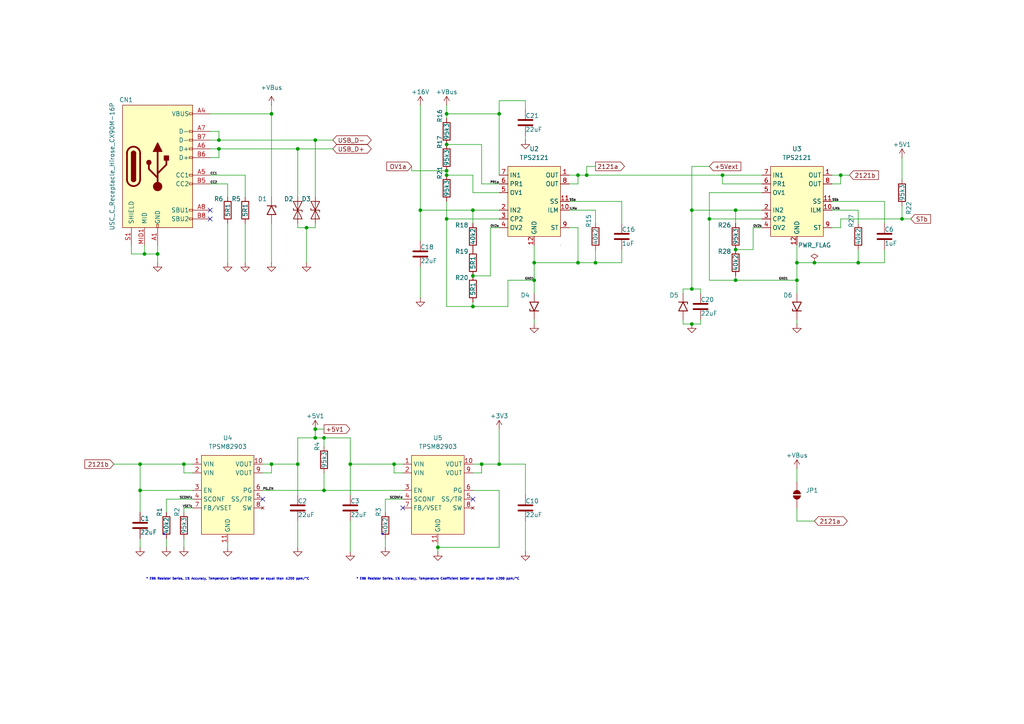
<source format=kicad_sch>
(kicad_sch (version 20250114) (generator "eeschema") (generator_version "9.0")
  (paper "A4")
  (text "*" (at 110.49 156.21 0) (effects (font (size 1.27 1.27)) (justify left bottom)))
  (text "* E96 Resistor Series, 1% Accuracy, Temperature Coefficient better or equal than ±200 ppm/°C" (at 66.04 167.64 0) (effects (font (size 0.635 0.635)) (justify top)))
  (text "* E96 Resistor Series, 1% Accuracy, Temperature Coefficient better or equal than ±200 ppm/°C" (at 127 167.64 0) (effects (font (size 0.635 0.635)) (justify top)))
  (text "*" (at 46.99 156.21 0) (effects (font (size 1.27 1.27)) (justify left bottom)))
  (junction (at 213.36 60.96))
  (junction (at 154.94 76.2))
  (junction (at 129.54 50.8))
  (junction (at 63.5 43.18))
  (junction (at 129.54 33.02))
  (junction (at 200.66 60.96))
  (junction (at 261.62 63.5))
  (junction (at 45.72 73.66))
  (junction (at 91.44 124.46))
  (junction (at 129.54 63.5))
  (junction (at 86.36 43.18))
  (junction (at 93.98 127))
  (junction (at 170.18 50.8))
  (junction (at 231.14 81.28))
  (junction (at 78.74 33.02))
  (junction (at 121.92 60.96))
  (junction (at 41.91 73.66))
  (junction (at 127 158.75))
  (junction (at 236.22 76.2))
  (junction (at 167.64 76.2))
  (junction (at 129.54 49.53))
  (junction (at 172.72 76.2))
  (junction (at 53.34 134.62))
  (junction (at 137.16 88.9))
  (junction (at 205.74 63.5))
  (junction (at 213.36 72.39))
  (junction (at 91.44 127))
  (junction (at 86.36 134.62))
  (junction (at 63.5 40.64))
  (junction (at 78.74 134.62))
  (junction (at 231.14 76.2))
  (junction (at 167.64 50.8))
  (junction (at 200.66 93.98))
  (junction (at 93.98 142.24))
  (junction (at 144.78 33.02))
  (junction (at 139.7 134.62))
  (junction (at 114.3 134.62))
  (junction (at 213.36 81.28))
  (junction (at 200.66 83.82))
  (junction (at 40.64 142.24))
  (junction (at 154.94 81.28))
  (junction (at 243.84 50.8))
  (junction (at 137.16 80.01))
  (junction (at 129.54 41.91))
  (junction (at 248.92 76.2))
  (junction (at 88.9 66.04))
  (junction (at 144.78 134.62))
  (junction (at 101.6 134.62))
  (junction (at 91.44 40.64))
  (junction (at 40.64 134.62))
  (junction (at 137.16 60.96))
  (junction (at 209.55 50.8))
  (no_connect (at 60.96 63.5))
  (no_connect (at 116.84 147.32))
  (no_connect (at 60.96 60.96))
  (no_connect (at 76.2 144.78))
  (no_connect (at 137.16 144.78))
  (wire (pts (xy 48.26 156.21) (xy 48.26 158.75)))
  (wire (pts (xy 144.78 33.02) (xy 144.78 29.21)))
  (wire (pts (xy 111.76 156.21) (xy 111.76 158.75)))
  (wire (pts (xy 78.74 30.48) (xy 78.74 33.02)))
  (wire (pts (xy 93.98 127) (xy 101.6 127)))
  (wire (pts (xy 213.36 81.28) (xy 213.36 80.01)))
  (wire (pts (xy 170.18 48.26) (xy 170.18 50.8)))
  (wire (pts (xy 60.96 53.34) (xy 66.04 53.34)))
  (wire (pts (xy 139.7 137.16) (xy 139.7 134.62)))
  (wire (pts (xy 45.72 73.66) (xy 45.72 76.2)))
  (wire (pts (xy 231.14 147.32) (xy 231.14 151.13)))
  (wire (pts (xy 63.5 43.18) (xy 86.36 43.18)))
  (wire (pts (xy 167.64 66.04) (xy 167.64 76.2)))
  (wire (pts (xy 147.32 88.9) (xy 147.32 81.28)))
  (wire (pts (xy 243.84 66.04) (xy 243.84 63.5)))
  (wire (pts (xy 116.84 144.78) (xy 111.76 144.78)))
  (wire (pts (xy 198.12 92.71) (xy 198.12 93.98)))
  (wire (pts (xy 137.16 134.62) (xy 139.7 134.62)))
  (wire (pts (xy 86.36 66.04) (xy 86.36 64.77)))
  (wire (pts (xy 241.3 53.34) (xy 243.84 53.34)))
  (wire (pts (xy 231.14 76.2) (xy 236.22 76.2)))
  (wire (pts (xy 91.44 64.77) (xy 91.44 66.04)))
  (wire (pts (xy 53.34 134.62) (xy 55.88 134.62)))
  (wire (pts (xy 91.44 127) (xy 93.98 127)))
  (wire (pts (xy 209.55 53.34) (xy 220.98 53.34)))
  (wire (pts (xy 71.12 50.8) (xy 71.12 57.15)))
  (wire (pts (xy 60.96 40.64) (xy 63.5 40.64)))
  (wire (pts (xy 93.98 129.54) (xy 93.98 127)))
  (wire (pts (xy 261.62 45.72) (xy 261.62 52.07)))
  (wire (pts (xy 203.2 85.09) (xy 203.2 83.82)))
  (wire (pts (xy 203.2 93.98) (xy 203.2 92.71)))
  (wire (pts (xy 205.74 63.5) (xy 205.74 81.28)))
  (wire (pts (xy 152.4 29.21) (xy 152.4 31.75)))
  (wire (pts (xy 154.94 76.2) (xy 167.64 76.2)))
  (wire (pts (xy 71.12 64.77) (xy 71.12 76.2)))
  (wire (pts (xy 121.92 30.48) (xy 121.92 60.96)))
  (wire (pts (xy 53.34 147.32) (xy 53.34 148.59)))
  (wire (pts (xy 172.72 48.26) (xy 170.18 48.26)))
  (wire (pts (xy 78.74 134.62) (xy 76.2 134.62)))
  (wire (pts (xy 40.64 142.24) (xy 40.64 148.59)))
  (wire (pts (xy 93.98 137.16) (xy 93.98 142.24)))
  (wire (pts (xy 248.92 60.96) (xy 248.92 64.77)))
  (wire (pts (xy 129.54 34.29) (xy 129.54 33.02)))
  (wire (pts (xy 198.12 83.82) (xy 198.12 85.09)))
  (wire (pts (xy 76.2 137.16) (xy 78.74 137.16)))
  (wire (pts (xy 139.7 41.91) (xy 139.7 53.34)))
  (wire (pts (xy 165.1 66.04) (xy 167.64 66.04)))
  (wire (pts (xy 129.54 30.48) (xy 129.54 33.02)))
  (wire (pts (xy 205.74 81.28) (xy 213.36 81.28)))
  (wire (pts (xy 172.72 60.96) (xy 172.72 64.77)))
  (wire (pts (xy 144.78 29.21) (xy 152.4 29.21)))
  (wire (pts (xy 129.54 50.8) (xy 137.16 50.8)))
  (wire (pts (xy 198.12 93.98) (xy 200.66 93.98)))
  (wire (pts (xy 167.64 76.2) (xy 172.72 76.2)))
  (wire (pts (xy 40.64 142.24) (xy 55.88 142.24)))
  (wire (pts (xy 86.36 127) (xy 86.36 134.62)))
  (wire (pts (xy 139.7 134.62) (xy 144.78 134.62)))
  (wire (pts (xy 154.94 71.12) (xy 154.94 76.2)))
  (wire (pts (xy 137.16 137.16) (xy 139.7 137.16)))
  (wire (pts (xy 66.04 64.77) (xy 66.04 76.2)))
  (wire (pts (xy 55.88 137.16) (xy 53.34 137.16)))
  (wire (pts (xy 91.44 40.64) (xy 91.44 57.15)))
  (wire (pts (xy 172.72 72.39) (xy 172.72 76.2)))
  (wire (pts (xy 256.54 58.42) (xy 256.54 64.77)))
  (wire (pts (xy 129.54 58.42) (xy 129.54 63.5)))
  (wire (pts (xy 116.84 137.16) (xy 114.3 137.16)))
  (wire (pts (xy 205.74 55.88) (xy 220.98 55.88)))
  (wire (pts (xy 152.4 134.62) (xy 152.4 143.51)))
  (wire (pts (xy 111.76 144.78) (xy 111.76 148.59)))
  (wire (pts (xy 101.6 127) (xy 101.6 134.62)))
  (wire (pts (xy 213.36 81.28) (xy 231.14 81.28)))
  (wire (pts (xy 144.78 33.02) (xy 144.78 50.8)))
  (wire (pts (xy 78.74 33.02) (xy 78.74 57.15)))
  (wire (pts (xy 127 158.75) (xy 127 157.48)))
  (wire (pts (xy 137.16 60.96) (xy 137.16 64.77)))
  (wire (pts (xy 170.18 50.8) (xy 209.55 50.8)))
  (wire (pts (xy 53.34 137.16) (xy 53.34 134.62)))
  (wire (pts (xy 200.66 60.96) (xy 213.36 60.96)))
  (wire (pts (xy 129.54 63.5) (xy 144.78 63.5)))
  (wire (pts (xy 91.44 124.46) (xy 93.98 124.46)))
  (wire (pts (xy 137.16 55.88) (xy 144.78 55.88)))
  (wire (pts (xy 142.24 80.01) (xy 142.24 66.04)))
  (wire (pts (xy 101.6 134.62) (xy 101.6 143.51)))
  (wire (pts (xy 139.7 53.34) (xy 144.78 53.34)))
  (wire (pts (xy 144.78 134.62) (xy 144.78 124.46)))
  (wire (pts (xy 121.92 60.96) (xy 121.92 69.85)))
  (wire (pts (xy 60.96 43.18) (xy 63.5 43.18)))
  (wire (pts (xy 241.3 60.96) (xy 248.92 60.96)))
  (wire (pts (xy 38.1 71.12) (xy 38.1 73.66)))
  (wire (pts (xy 129.54 50.8) (xy 129.54 49.53)))
  (wire (pts (xy 63.5 45.72) (xy 63.5 43.18)))
  (wire (pts (xy 60.96 38.1) (xy 63.5 38.1)))
  (wire (pts (xy 200.66 48.26) (xy 205.74 48.26)))
  (wire (pts (xy 40.64 156.21) (xy 40.64 158.75)))
  (wire (pts (xy 40.64 134.62) (xy 53.34 134.62)))
  (wire (pts (xy 86.36 127) (xy 91.44 127)))
  (wire (pts (xy 231.14 135.89) (xy 231.14 139.7)))
  (wire (pts (xy 137.16 87.63) (xy 137.16 88.9)))
  (wire (pts (xy 93.98 142.24) (xy 116.84 142.24)))
  (wire (pts (xy 147.32 81.28) (xy 154.94 81.28)))
  (wire (pts (xy 101.6 151.13) (xy 101.6 160.02)))
  (wire (pts (xy 209.55 50.8) (xy 220.98 50.8)))
  (wire (pts (xy 41.91 71.12) (xy 41.91 73.66)))
  (wire (pts (xy 205.74 55.88) (xy 205.74 63.5)))
  (wire (pts (xy 243.84 66.04) (xy 241.3 66.04)))
  (wire (pts (xy 261.62 59.69) (xy 261.62 63.5)))
  (wire (pts (xy 63.5 40.64) (xy 91.44 40.64)))
  (wire (pts (xy 167.64 50.8) (xy 170.18 50.8)))
  (wire (pts (xy 55.88 144.78) (xy 48.26 144.78)))
  (wire (pts (xy 165.1 50.8) (xy 167.64 50.8)))
  (wire (pts (xy 137.16 88.9) (xy 147.32 88.9)))
  (wire (pts (xy 33.02 134.62) (xy 40.64 134.62)))
  (wire (pts (xy 78.74 137.16) (xy 78.74 134.62)))
  (wire (pts (xy 86.36 43.18) (xy 86.36 57.15)))
  (wire (pts (xy 41.91 73.66) (xy 45.72 73.66)))
  (wire (pts (xy 154.94 92.71) (xy 154.94 93.98)))
  (wire (pts (xy 45.72 71.12) (xy 45.72 73.66)))
  (wire (pts (xy 86.36 151.13) (xy 86.36 158.75)))
  (wire (pts (xy 218.44 66.04) (xy 220.98 66.04)))
  (wire (pts (xy 152.4 39.37) (xy 152.4 40.64)))
  (wire (pts (xy 119.38 49.53) (xy 119.38 48.26)))
  (wire (pts (xy 200.66 48.26) (xy 200.66 60.96)))
  (wire (pts (xy 243.84 53.34) (xy 243.84 50.8)))
  (wire (pts (xy 209.55 53.34) (xy 209.55 50.8)))
  (wire (pts (xy 231.14 71.12) (xy 231.14 76.2)))
  (wire (pts (xy 127 158.75) (xy 127 160.02)))
  (wire (pts (xy 167.64 53.34) (xy 167.64 50.8)))
  (wire (pts (xy 218.44 72.39) (xy 213.36 72.39)))
  (wire (pts (xy 243.84 63.5) (xy 261.62 63.5)))
  (wire (pts (xy 121.92 60.96) (xy 137.16 60.96)))
  (wire (pts (xy 144.78 33.02) (xy 129.54 33.02)))
  (wire (pts (xy 256.54 72.39) (xy 256.54 76.2)))
  (wire (pts (xy 129.54 41.91) (xy 139.7 41.91)))
  (wire (pts (xy 86.36 134.62) (xy 78.74 134.62)))
  (wire (pts (xy 78.74 64.77) (xy 78.74 76.2)))
  (wire (pts (xy 256.54 76.2) (xy 248.92 76.2)))
  (wire (pts (xy 86.36 134.62) (xy 86.36 143.51)))
  (wire (pts (xy 236.22 76.2) (xy 248.92 76.2)))
  (wire (pts (xy 121.92 77.47) (xy 121.92 86.36)))
  (wire (pts (xy 91.44 127) (xy 91.44 124.46)))
  (wire (pts (xy 241.3 50.8) (xy 243.84 50.8)))
  (wire (pts (xy 86.36 43.18) (xy 96.52 43.18)))
  (wire (pts (xy 231.14 76.2) (xy 231.14 81.28)))
  (wire (pts (xy 129.54 63.5) (xy 129.54 88.9)))
  (wire (pts (xy 165.1 60.96) (xy 172.72 60.96)))
  (wire (pts (xy 246.38 50.8) (xy 243.84 50.8)))
  (wire (pts (xy 53.34 147.32) (xy 55.88 147.32)))
  (wire (pts (xy 60.96 33.02) (xy 78.74 33.02)))
  (wire (pts (xy 154.94 81.28) (xy 154.94 85.09)))
  (wire (pts (xy 48.26 144.78) (xy 48.26 148.59)))
  (wire (pts (xy 165.1 58.42) (xy 180.34 58.42)))
  (wire (pts (xy 165.1 53.34) (xy 167.64 53.34)))
  (wire (pts (xy 38.1 73.66) (xy 41.91 73.66)))
  (wire (pts (xy 127 158.75) (xy 144.78 158.75)))
  (wire (pts (xy 144.78 142.24) (xy 144.78 158.75)))
  (wire (pts (xy 152.4 151.13) (xy 152.4 160.02)))
  (wire (pts (xy 231.14 81.28) (xy 231.14 85.09)))
  (wire (pts (xy 261.62 63.5) (xy 264.16 63.5)))
  (wire (pts (xy 231.14 92.71) (xy 231.14 93.98)))
  (wire (pts (xy 142.24 66.04) (xy 144.78 66.04)))
  (wire (pts (xy 200.66 93.98) (xy 203.2 93.98)))
  (wire (pts (xy 137.16 50.8) (xy 137.16 55.88)))
  (wire (pts (xy 213.36 60.96) (xy 220.98 60.96)))
  (wire (pts (xy 66.04 157.48) (xy 66.04 158.75)))
  (wire (pts (xy 144.78 134.62) (xy 152.4 134.62)))
  (wire (pts (xy 63.5 38.1) (xy 63.5 40.64)))
  (wire (pts (xy 231.14 151.13) (xy 236.22 151.13)))
  (wire (pts (xy 114.3 134.62) (xy 116.84 134.62)))
  (wire (pts (xy 205.74 63.5) (xy 220.98 63.5)))
  (wire (pts (xy 203.2 83.82) (xy 200.66 83.82)))
  (wire (pts (xy 40.64 134.62) (xy 40.64 142.24)))
  (wire (pts (xy 119.38 49.53) (xy 129.54 49.53)))
  (wire (pts (xy 88.9 66.04) (xy 91.44 66.04)))
  (wire (pts (xy 114.3 137.16) (xy 114.3 134.62)))
  (wire (pts (xy 200.66 83.82) (xy 198.12 83.82)))
  (wire (pts (xy 66.04 53.34) (xy 66.04 57.15)))
  (wire (pts (xy 76.2 142.24) (xy 93.98 142.24)))
  (wire (pts (xy 218.44 66.04) (xy 218.44 72.39)))
  (wire (pts (xy 88.9 66.04) (xy 88.9 76.2)))
  (wire (pts (xy 60.96 45.72) (xy 63.5 45.72)))
  (wire (pts (xy 129.54 88.9) (xy 137.16 88.9)))
  (wire (pts (xy 180.34 76.2) (xy 172.72 76.2)))
  (wire (pts (xy 154.94 81.28) (xy 154.94 76.2)))
  (wire (pts (xy 137.16 80.01) (xy 142.24 80.01)))
  (wire (pts (xy 137.16 142.24) (xy 144.78 142.24)))
  (wire (pts (xy 101.6 134.62) (xy 114.3 134.62)))
  (wire (pts (xy 200.66 60.96) (xy 200.66 83.82)))
  (wire (pts (xy 213.36 60.96) (xy 213.36 64.77)))
  (wire (pts (xy 88.9 66.04) (xy 86.36 66.04)))
  (wire (pts (xy 180.34 58.42) (xy 180.34 64.77)))
  (wire (pts (xy 60.96 50.8) (xy 71.12 50.8)))
  (wire (pts (xy 137.16 60.96) (xy 144.78 60.96)))
  (wire (pts (xy 180.34 72.39) (xy 180.34 76.2)))
  (wire (pts (xy 53.34 156.21) (xy 53.34 158.75)))
  (wire (pts (xy 241.3 58.42) (xy 256.54 58.42)))
  (wire (pts (xy 91.44 40.64) (xy 96.52 40.64)))
  (wire (pts (xy 248.92 72.39) (xy 248.92 76.2)))
  (label "VSETc" (at 55.88 147.32 180) (effects (font (size 0.635 0.635))))
  (label "ILMb" (at 241.3 60.96 0) (effects (font (size 0.635 0.635))))
  (label "OV2b" (at 220.98 66.04 180) (effects (font (size 0.635 0.635))))
  (label "SSa" (at 165.1 58.42 0) (effects (font (size 0.635 0.635))))
  (label "GND1" (at 154.94 81.28 180) (effects (font (size 0.635 0.635))))
  (label "PG_EN" (at 76.2 142.24 0) (effects (font (size 0.635 0.635))))
  (label "ILMa" (at 165.1 60.96 0) (effects (font (size 0.635 0.635))))
  (label "PR1a" (at 144.78 53.34 180) (effects (font (size 0.635 0.635))))
  (label "SSb" (at 241.3 58.42 0) (effects (font (size 0.635 0.635))))
  (label "SCONFd" (at 116.84 144.78 180) (effects (font (size 0.635 0.635))))
  (label "CC2" (at 60.96 53.34 0) (effects (font (size 0.635 0.635))))
  (label "SCONFc" (at 55.88 144.78 180) (effects (font (size 0.635 0.635))))
  (label "GND1" (at 228.6 81.28 180) (effects (font (size 0.635 0.635))))
  (label "CC1" (at 60.96 50.8 0) (effects (font (size 0.635 0.635))))
  (label "OV2a" (at 144.78 66.04 180) (effects (font (size 0.635 0.635))))
  (global_label "+5Vext" (shape input) (at 205.74 48.26 0) (property "Intersheetrefs" "${INTERSHEET_REFS}" (effects (hide yes))))
  (global_label "STb" (shape input) (at 264.16 63.5 0) (property "Intersheetrefs" "${INTERSHEET_REFS}" (effects (hide yes))))
  (global_label "2121b" (shape input) (at 33.02 134.62 180) (property "Intersheetrefs" "${INTERSHEET_REFS}" (effects (hide yes))))
  (global_label "2121a" (shape bidirectional) (at 236.22 151.13 0) (property "Intersheetrefs" "${INTERSHEET_REFS}" (effects (hide yes))))
  (global_label "2121a" (shape output) (at 172.72 48.26 0) (property "Intersheetrefs" "${INTERSHEET_REFS}" (effects (hide yes))))
  (global_label "OV1a" (shape input) (at 119.38 48.26 180) (property "Intersheetrefs" "${INTERSHEET_REFS}" (effects (hide yes))))
  (global_label "+5V1" (shape output) (at 93.98 124.46 0) (property "Intersheetrefs" "${INTERSHEET_REFS}" (effects (hide yes))))
  (global_label "USB_D+" (shape bidirectional) (at 96.52 43.18 0) (property "Intersheetrefs" "${INTERSHEET_REFS}" (effects (hide yes))))
  (global_label "2121b" (shape input) (at 246.38 50.8 0) (property "Intersheetrefs" "${INTERSHEET_REFS}" (effects (hide yes))))
  (global_label "USB_D-" (shape bidirectional) (at 96.52 40.64 0) (property "Intersheetrefs" "${INTERSHEET_REFS}" (effects (hide yes))))
  (symbol (lib_id "power:GND") (at 78.74 76.2 0) (unit 1)
    (property "Reference" "#PWR061" (effects (hide yes)))
    (property "Value" "GND" (effects (hide yes)))
    (property "Description" "Power symbol creates a global label with name \"GND\" , ground" (effects (hide yes)))
  )
  (symbol (lib_id "Device:C") (at 121.92 73.66 0) (unit 1)
    (property "Reference" "C18" (at 121.92 72.39 0) (effects (justify left bottom)))
    (property "Value" "22uF" (at 121.92 74.93 0) (effects (justify left top)))
    (property "Footprint" "Capacitors:C0603_Dense" (effects (hide yes)))
    (property "Datasheet" "https://search.murata.co.jp/Ceramy/image/img/A01X/G101/ENG/GRM188C61E226ME01-01A.pdf" (effects (hide yes)))
    (property "Description" "22uF 25V X5R 20% 0603 SMD" (effects (hide yes)))
    (property "Manufacturer" "Murata Electronics" (effects (hide yes)))
    (property "Manufacturer Part Number" "GRM188C61E226ME01D" (effects (hide yes)))
    (property "LCSC" "C29519229" (effects (hide yes)))
    (property "Distributor Link 1" "https://www.digikey.com/en/products/detail/murata-electronics/GRM188C61E226ME01D/22528367" (effects (hide yes)))
    (property "Distributor Link 2" "https://www.mouser.com/ProductDetail/Murata-Electronics/GRM188C61E226ME01D?qs=Z%252BL2brAPG1JcH41Chu2%252B6A%3D%3D" (effects (hide yes)))
  )
  (symbol (lib_id "power:GND") (at 127 160.02 0) (unit 1)
    (property "Reference" "#PWR011" (effects (hide yes)))
    (property "Value" "GND" (effects (hide yes)))
    (property "Description" "Power symbol creates a global label with name \"GND\" , ground" (effects (hide yes)))
  )
  (symbol (lib_id "Device:C") (at 40.64 152.4 0) (unit 1)
    (property "Reference" "C1" (at 40.64 151.13 0) (effects (justify left bottom)))
    (property "Value" "22uF" (at 40.64 153.67 0) (effects (justify left top)))
    (property "Footprint" "Capacitors:C0603_Dense" (effects (hide yes)))
    (property "Datasheet" "https://search.murata.co.jp/Ceramy/image/img/A01X/G101/ENG/GRM188C61E226ME01-01A.pdf" (effects (hide yes)))
    (property "Description" "22uF 25V X5R 20% 0603 SMD" (effects (hide yes)))
    (property "Manufacturer" "Murata Electronics" (effects (hide yes)))
    (property "Manufacturer Part Number" "GRM188C61E226ME01D" (effects (hide yes)))
    (property "LCSC" "C29519229" (effects (hide yes)))
    (property "Distributor Link 1" "https://www.digikey.com/en/products/detail/murata-electronics/GRM188C61E226ME01D/22528367" (effects (hide yes)))
    (property "Distributor Link 2" "https://www.mouser.com/ProductDetail/Murata-Electronics/GRM188C61E226ME01D?qs=Z%252BL2brAPG1JcH41Chu2%252B6A%3D%3D" (effects (hide yes)))
  )
  (symbol (lib_id "power:+5V") (at 144.78 124.46 0) (unit 1)
    (property "Reference" "#PWR013" (effects (hide yes)))
    (property "Value" "+3V3" (at 144.78 120.65 0))
    (property "Description" "Power symbol creates a global label with name \"+5V\"" (effects (hide yes)))
  )
  (symbol (lib_id "Device:R") (at 248.92 68.58 0) (unit 1)
    (property "Reference" "R27" (at 247.65 66.04 90) (effects (justify left bottom)))
    (property "Value" "40k2" (at 248.92 68.58 90))
    (property "Footprint" "Resistors:R0201_Dense" (effects (hide yes)))
    (property "Datasheet" "https://jlcpcb.com/api/file/downloadByFileSystemAccessId/8590223907921174529" (effects (hide yes)))
    (property "Description" "95.3kΩ, 25V, 50mW, Thick Film, ±1% 0201 SMD" (effects (hide yes)))
    (property "Manufacturer" "UNI-ROYAL(Uniroyal Elec)" (effects (hide yes)))
    (property "Manufacturer Part Number" "0201WMF9532TEE" (effects (hide yes)))
    (property "LCSC" "C423395" (effects (hide yes)))
    (property "Distributor Link 2" "https://www.mouser.com/ProductDetail/Royalohm/0201WMF9532TEE?qs=e8oIoAS2J1QewOvTgKSw9g%3D%3D" (effects (hide yes)))
  )
  (symbol (lib_id "Device:R") (at 93.98 133.35 0) (unit 1)
    (property "Reference" "R4" (at 92.71 130.81 90) (effects (justify left bottom)))
    (property "Value" "95k3" (at 93.98 133.35 90))
    (property "Footprint" "Resistors:R0201_Dense" (effects (hide yes)))
    (property "Datasheet" "https://jlcpcb.com/api/file/downloadByFileSystemAccessId/8590223907921174529" (effects (hide yes)))
    (property "Description" "95.3kΩ, 25V, 50mW, Thick Film, ±1% 0201 SMD" (effects (hide yes)))
    (property "Manufacturer" "UNI-ROYAL(Uniroyal Elec)" (effects (hide yes)))
    (property "Manufacturer Part Number" "0201WMF9532TEE" (effects (hide yes)))
    (property "LCSC" "C423395" (effects (hide yes)))
    (property "Distributor Link 2" "https://www.mouser.com/ProductDetail/Royalohm/0201WMF9532TEE?qs=e8oIoAS2J1QewOvTgKSw9g%3D%3D" (effects (hide yes)))
  )
  (symbol (lib_id "PersonalSchematicSymbolLibrary:USC_C_Receptacle_Hirose_CX90M-16P") (at 45.72 48.26 0) (unit 1)
    (property "Reference" "CN1" (at 36.576 28.956 0))
    (property "Value" "USC_C_Receptacle_Hirose_CX90M-16P" (at 32.512 48.26 90))
    (property "Footprint" "Personal_FootprintLibrary:USB_C_Receptacle_Hirose_CX90M-16P" (effects (hide yes)))
    (property "Datasheet" "https://www.hirose.com/product/document?series=CX&documentid=D52488_en" (effects (hide yes)))
    (property "Description" "USB 2.0-only 16P Type-C Receptacle connector" (effects (hide yes)))
    (property "Manufacturer" "Hirose" (effects (hide yes)))
    (property "Manufacturer Part Number" "CX90M-16P" (effects (hide yes)))
    (property "LCSC" "C2889324" (effects (hide yes)))
    (property "Distributor Link 1" "https://www.digikey.com/en/products/detail/hirose-electric-co-ltd/cx90m-16p/9559135" (effects (hide yes)))
    (property "Distributor Link 2" "https://www.mouser.com/ProductDetail/Hirose-Connector/CX90M-16P?qs=byeeYqUIh0MSAGJ6bwnRQQ%3D%3D" (effects (hide yes)))
  )
  (symbol (lib_id "power:+5V") (at 231.14 135.89 0) (unit 1)
    (property "Reference" "#PWR053" (effects (hide yes)))
    (property "Value" "+VBus" (at 231.14 132.08 0))
    (property "Description" "Power symbol creates a global label with name \"+5V\"" (effects (hide yes)))
  )
  (symbol (lib_id "Device:R") (at 137.16 83.82 180) (unit 1)
    (property "Reference" "R20" (at 135.89 81.28 0) (effects (justify left top)))
    (property "Value" "5R1" (at 137.16 83.82 90))
    (property "Footprint" "Resistors:R0201_Dense" (effects (hide yes)))
    (property "Datasheet" "https://www.mouser.com/ProductDetail/Royalohm/PF01WMF5100TEE?qs=ST9lo4GX8V3Pivkn51oUdQ%3D%3D" (effects (hide yes)))
    (property "Description" "25V 5.1Ω 50mW Thick Film Resistor ±1% 0201 Chip Resistor" (effects (hide yes)))
    (property "Manufacturer" "UNI-ROYAL(Uniroyal Elec)" (effects (hide yes)))
    (property "Manufacturer Part Number" "PF01WMF510KTEE" (effects (hide yes)))
    (property "LCSC" "C50670526" (effects (hide yes)))
    (property "Distributor Link 2" "https://www.mouser.com/ProductDetail/Royalohm/PF01WMF5100TEE?qs=ST9lo4GX8V3Pivkn51oUdQ%3D%3D" (effects (hide yes)))
  )
  (symbol (lib_id "power:+5V") (at 129.54 30.48 0) (unit 1)
    (property "Reference" "#PWR014" (effects (hide yes)))
    (property "Value" "+VBus" (at 129.54 26.67 0))
    (property "Description" "Power symbol creates a global label with name \"+5V\"" (effects (hide yes)))
  )
  (symbol (lib_id "Device:R") (at 213.36 76.2 180) (unit 1)
    (property "Reference" "R28" (at 212.09 73.66 0) (effects (justify left top)))
    (property "Value" "40k2" (at 213.36 76.2 90))
    (property "Footprint" "Resistors:R0201_Dense" (effects (hide yes)))
    (property "Datasheet" "https://www.mouser.com/ProductDetail/Royalohm/PF01WMF5100TEE?qs=ST9lo4GX8V3Pivkn51oUdQ%3D%3D" (effects (hide yes)))
    (property "Description" "25V 5.1Ω 50mW Thick Film Resistor ±1% 0201 Chip Resistor" (effects (hide yes)))
    (property "Manufacturer" "UNI-ROYAL(Uniroyal Elec)" (effects (hide yes)))
    (property "Manufacturer Part Number" "PF01WMF510KTEE" (effects (hide yes)))
    (property "LCSC" "C50670526" (effects (hide yes)))
    (property "Distributor Link 2" "https://www.mouser.com/ProductDetail/Royalohm/PF01WMF5100TEE?qs=ST9lo4GX8V3Pivkn51oUdQ%3D%3D" (effects (hide yes)))
  )
  (symbol (lib_id "PersonalSchematicSymbolLibrary:TPSM82903") (at 58.42 132.08 0) (unit 1)
    (property "Reference" "U4" (at 66.04 127 0))
    (property "Value" "TPSM82903" (at 66.04 129.54 0))
    (property "Footprint" "Personal_FootprintLibrary:uSIP-11_3.0x2.8_ThermalVias" (effects (hide yes)))
    (property "Datasheet" "https://www.ti.com/lit/ds/symlink/tpsm82903.pdf" (effects (hide yes)))
    (property "Description" "3-17V, 3A input, stepdown, DC/DC converter, Texas uSIP-11" (effects (hide yes)))
    (property "Manufacturer" "TI" (effects (hide yes)))
    (property "Manufacturer Part Number" "TPSM82903SISR" (effects (hide yes)))
    (property "LCSC" "C6290583" (effects (hide yes)))
    (property "Distributor Link 1" "https://www.digikey.com/en/products/detail/texas-instruments/TPSM82903SISR/17748443" (effects (hide yes)))
    (property "Distributor Link 2" "https://www.mouser.com/ProductDetail/Texas-Instruments/TPSM82903SISR?qs=IPgv5n7u5QZzFdkAEGNjcA%3D%3D" (effects (hide yes)))
  )
  (symbol (lib_id "Device:R") (at 129.54 45.72 0) (unit 1)
    (property "Reference" "R17" (at 128.27 43.18 90) (effects (justify left bottom)))
    (property "Value" "95k3" (at 129.54 45.72 90))
    (property "Footprint" "Resistors:R0201_Dense" (effects (hide yes)))
    (property "Datasheet" "https://jlcpcb.com/api/file/downloadByFileSystemAccessId/8590223907921174529" (effects (hide yes)))
    (property "Description" "95.3kΩ, 25V, 50mW, Thick Film, ±1% 0201 SMD" (effects (hide yes)))
    (property "Manufacturer" "UNI-ROYAL(Uniroyal Elec)" (effects (hide yes)))
    (property "Manufacturer Part Number" "0201WMF9532TEE" (effects (hide yes)))
    (property "LCSC" "C423395" (effects (hide yes)))
    (property "Distributor Link 2" "https://www.mouser.com/ProductDetail/Royalohm/0201WMF9532TEE?qs=e8oIoAS2J1QewOvTgKSw9g%3D%3D" (effects (hide yes)))
  )
  (symbol (lib_id "Device:R") (at 213.36 68.58 0) (unit 1)
    (property "Reference" "R26" (at 212.09 66.04 0) (effects (justify right bottom)))
    (property "Value" "95k3" (at 213.36 68.58 90))
    (property "Footprint" "Resistors:R0201_Dense" (effects (hide yes)))
    (property "Datasheet" "https://jlcpcb.com/api/file/downloadByFileSystemAccessId/8590223907921174529" (effects (hide yes)))
    (property "Description" "95.3kΩ, 25V, 50mW, Thick Film, ±1% 0201 SMD" (effects (hide yes)))
    (property "Manufacturer" "UNI-ROYAL(Uniroyal Elec)" (effects (hide yes)))
    (property "Manufacturer Part Number" "0201WMF9532TEE" (effects (hide yes)))
    (property "LCSC" "C423395" (effects (hide yes)))
    (property "Distributor Link 2" "https://www.mouser.com/ProductDetail/Royalohm/0201WMF9532TEE?qs=e8oIoAS2J1QewOvTgKSw9g%3D%3D" (effects (hide yes)))
  )
  (symbol (lib_id "power:GND") (at 88.9 76.2 0) (unit 1)
    (property "Reference" "#PWR060" (effects (hide yes)))
    (property "Value" "GND" (effects (hide yes)))
    (property "Description" "Power symbol creates a global label with name \"GND\" , ground" (effects (hide yes)))
  )
  (symbol (lib_id "Device:R") (at 172.72 68.58 0) (unit 1)
    (property "Reference" "R15" (at 171.45 66.04 90) (effects (justify left bottom)))
    (property "Value" "40k2" (at 172.72 68.58 90))
    (property "Footprint" "Resistors:R0201_Dense" (effects (hide yes)))
    (property "Datasheet" "https://jlcpcb.com/api/file/downloadByFileSystemAccessId/8590223907921174529" (effects (hide yes)))
    (property "Description" "95.3kΩ, 25V, 50mW, Thick Film, ±1% 0201 SMD" (effects (hide yes)))
    (property "Manufacturer" "UNI-ROYAL(Uniroyal Elec)" (effects (hide yes)))
    (property "Manufacturer Part Number" "0201WMF9532TEE" (effects (hide yes)))
    (property "LCSC" "C423395" (effects (hide yes)))
    (property "Distributor Link 2" "https://www.mouser.com/ProductDetail/Royalohm/0201WMF9532TEE?qs=e8oIoAS2J1QewOvTgKSw9g%3D%3D" (effects (hide yes)))
  )
  (symbol (lib_id "Device:R") (at 71.12 60.96 180) (unit 1)
    (property "Reference" "R5" (at 69.85 58.42 0) (effects (justify left top)))
    (property "Value" "5R1" (at 71.12 60.96 90))
    (property "Footprint" "Resistors:R0201_Dense" (effects (hide yes)))
    (property "Datasheet" "https://www.mouser.com/ProductDetail/Royalohm/PF01WMF5100TEE?qs=ST9lo4GX8V3Pivkn51oUdQ%3D%3D" (effects (hide yes)))
    (property "Description" "25V 5.1Ω 50mW Thick Film Resistor ±1% 0201 Chip Resistor" (effects (hide yes)))
    (property "Manufacturer" "UNI-ROYAL(Uniroyal Elec)" (effects (hide yes)))
    (property "Manufacturer Part Number" "PF01WMF510KTEE" (effects (hide yes)))
    (property "LCSC" "C50670526" (effects (hide yes)))
    (property "Distributor Link 2" "https://www.mouser.com/ProductDetail/Royalohm/PF01WMF5100TEE?qs=ST9lo4GX8V3Pivkn51oUdQ%3D%3D" (effects (hide yes)))
  )
  (symbol (lib_id "power:GND") (at 121.92 86.36 0) (unit 1)
    (property "Reference" "#PWR045" (effects (hide yes)))
    (property "Value" "GND" (effects (hide yes)))
    (property "Description" "Power symbol creates a global label with name \"GND\" , ground" (effects (hide yes)))
  )
  (symbol (lib_id "power:+5V") (at 121.92 30.48 0) (unit 1)
    (property "Reference" "#PWR027" (effects (hide yes)))
    (property "Value" "+16V" (at 121.92 26.67 0))
    (property "Description" "Power symbol creates a global label with name \"+5V\"" (effects (hide yes)))
  )
  (symbol (lib_id "power:GND") (at 86.36 158.75 0) (unit 1)
    (property "Reference" "#PWR07" (effects (hide yes)))
    (property "Value" "GND" (effects (hide yes)))
    (property "Description" "Power symbol creates a global label with name \"GND\" , ground" (effects (hide yes)))
  )
  (symbol (lib_id "power:GND") (at 66.04 76.2 0) (unit 1)
    (property "Reference" "#PWR042" (effects (hide yes)))
    (property "Value" "GND" (effects (hide yes)))
    (property "Description" "Power symbol creates a global label with name \"GND\" , ground" (effects (hide yes)))
  )
  (symbol (lib_id "Device:R") (at 137.16 68.58 0) (unit 1)
    (property "Reference" "R18" (at 135.89 66.04 0) (effects (justify right bottom)))
    (property "Value" "40k2" (at 137.16 68.58 90))
    (property "Footprint" "Resistors:R0201_Dense" (effects (hide yes)))
    (property "Datasheet" "https://jlcpcb.com/api/file/downloadByFileSystemAccessId/8590223907921174529" (effects (hide yes)))
    (property "Description" "95.3kΩ, 25V, 50mW, Thick Film, ±1% 0201 SMD" (effects (hide yes)))
    (property "Manufacturer" "UNI-ROYAL(Uniroyal Elec)" (effects (hide yes)))
    (property "Manufacturer Part Number" "0201WMF9532TEE" (effects (hide yes)))
    (property "LCSC" "C423395" (effects (hide yes)))
    (property "Distributor Link 2" "https://www.mouser.com/ProductDetail/Royalohm/0201WMF9532TEE?qs=e8oIoAS2J1QewOvTgKSw9g%3D%3D" (effects (hide yes)))
  )
  (symbol (lib_id "power:+5V") (at 261.62 45.72 0) (unit 1)
    (property "Reference" "#PWR035" (effects (hide yes)))
    (property "Value" "+5V1" (at 261.62 41.91 0))
    (property "Description" "Power symbol creates a global label with name \"+5V\"" (effects (hide yes)))
  )
  (symbol (lib_id "power:GND") (at 45.72 76.2 0) (unit 1)
    (property "Reference" "#PWR039" (effects (hide yes)))
    (property "Value" "GND" (effects (hide yes)))
    (property "Description" "Power symbol creates a global label with name \"GND\" , ground" (effects (hide yes)))
  )
  (symbol (lib_id "power:GND") (at 71.12 76.2 0) (unit 1)
    (property "Reference" "#PWR054" (effects (hide yes)))
    (property "Value" "GND" (effects (hide yes)))
    (property "Description" "Power symbol creates a global label with name \"GND\" , ground" (effects (hide yes)))
  )
  (symbol (lib_id "Device:C") (at 180.34 68.58 0) (unit 1)
    (property "Reference" "C16" (at 180.34 66.548 0) (effects (justify left)))
    (property "Value" "1uF" (at 180.34 70.612 0) (effects (justify left)))
    (property "Footprint" "Capacitors:C0201_Dense" (effects (hide yes)))
    (property "Datasheet" "https://weblib.samsungsem.com/mlcc/mlcc-ec-data-sheet.do?partNumber=CL03A105MO3NRN" (effects (hide yes)))
    (property "Description" "1uF 16V X5R 20% 0201 SMD" (effects (hide yes)))
    (property "Manufacturer" "Samsung Electro-Mechanics" (effects (hide yes)))
    (property "Manufacturer Part Number" "CL03A105MO3NRNH" (effects (hide yes)))
    (property "LCSC" "C307385" (effects (hide yes)))
    (property "Distributor Link 1" "https://www.digikey.com/en/products/detail/samsung-electro-mechanics/CL03A105MO3NRNH/5961282" (effects (hide yes)))
    (property "Distributor Link 2" "https://www.mouser.com/ProductDetail/Samsung-Electro-Mechanics/CL03A105MO3NRNH?qs=%252B6g0mu59x7LEwOOdfYkIjw%3D%3D" (effects (hide yes)))
  )
  (symbol (lib_id "Device:R") (at 111.76 152.4 0) (unit 1)
    (property "Reference" "R3" (at 110.49 149.86 90) (effects (justify left bottom)))
    (property "Value" "40k2" (at 111.76 152.4 90))
    (property "Footprint" "Resistors:R0201_Dense" (effects (hide yes)))
    (property "Datasheet" "https://yageogroup.com/content/datasheet/asset/file/PYU-RC_GROUP_51_ROHS_L" (effects (hide yes)))
    (property "Description" "Resistor" (effects (hide yes)))
    (property "Manufacturer" "Yageo" (effects (hide yes)))
    (property "Manufacturer Part Number" "AC0201FR-0726K1L" (effects (hide yes)))
    (property "LCSC" "C910625" (effects (hide yes)))
    (property "Distributor Link 1" "https://www.digikey.com/en/products/detail/yageo/AC0201FR-0726K1L/5894466" (effects (hide yes)))
    (property "Distributor Link 2" "https://www.mouser.com/ProductDetail/YAGEO/AC0201FR-0726K1L?qs=NgbZBzc1CyHdkzjeC2WcqA%3D%3D" (effects (hide yes)))
  )
  (symbol (lib_id "power:GND") (at 231.14 93.98 0) (unit 1)
    (property "Reference" "#PWR044" (effects (hide yes)))
    (property "Value" "GND" (effects (hide yes)))
    (property "Description" "Power symbol creates a global label with name \"GND\" , ground" (effects (hide yes)))
  )
  (symbol (lib_id "Device:C") (at 203.2 88.9 0) (unit 1)
    (property "Reference" "C20" (at 203.2 87.63 0) (effects (justify left bottom)))
    (property "Value" "22uF" (at 203.2 90.17 0) (effects (justify left top)))
    (property "Footprint" "Capacitors:C0402_Dense" (effects (hide yes)))
    (property "Datasheet" "https://search.murata.co.jp/Ceramy/image/img/A01X/G101/ENG/GRM158R61A226ME15-01A.pdf" (effects (hide yes)))
    (property "Description" "22uF 10V X5R 20% 0402 SMD" (effects (hide yes)))
    (property "Manufacturer" "Murata Electronics" (effects (hide yes)))
    (property "Manufacturer Part Number" "GRM158R61A226ME15D" (effects (hide yes)))
    (property "LCSC" "C3845593" (effects (hide yes)))
    (property "Distributor Link 1" "https://www.digikey.com/en/products/detail/murata-electronics/GRM158R61A226ME15D/16033379" (effects (hide yes)))
    (property "Distributor Link 2" "https://www.mouser.com/ProductDetail/Murata-Electronics/GRM158R61A226ME15D?qs=hd1VzrDQEGg0KAVI30ga2w%3D%3D" (effects (hide yes)))
  )
  (symbol (lib_id "PersonalSchematicSymbolLibrary:TVS_Unidirectional") (at 154.94 88.9 90) (unit 1)
    (property "Reference" "D4" (at 153.67 86.36 90) (effects (justify left top)))
    (property "Value" "VESD16C1-HD1HG3-08" (effects (hide yes)))
    (property "Footprint" "Personal_FootprintLibrary:DFN1006-2" (effects (hide yes)))
    (property "Datasheet" "https://www.vishay.com/docs/86185/vesd01c1-hd1tovesd33c1-hd1.pdf" (effects (hide yes)))
    (property "Description" "unidirectional TVS diode, 16V standoff, 17V breakdown, 28V clamp, DFN1006-2A" (effects (hide yes)))
    (property "Manufacturer" "Vishay" (effects (hide yes)))
    (property "Manufacturer Part Number" "VESD16C1-HD1HG3-08" (effects (hide yes)))
    (property "LCSC" "C3703781" (effects (hide yes)))
    (property "Distributor Link 1" "https://www.digikey.com/en/products/detail/vishay-general-semiconductor-diodes-division/VESD16C1-HD1HG3-08/16028325" (effects (hide yes)))
    (property "Distributor Link 2" "https://www.mouser.com/ProductDetail/Vishay-General-Semiconductor/VESD16C1-HD1HG3-08?qs=Li%252BoUPsLEntT6V2KzE4olg%3D%3D" (effects (hide yes)))
  )
  (symbol (lib_id "PersonalSchematicSymbolLibrary:PESD24VF1BBL-Q") (at 91.44 60.96 90) (unit 1)
    (property "Reference" "D3" (at 90.17 58.42 90) (effects (justify left top)))
    (property "Value" "PESD24VF1BL-Q" (effects (hide yes)))
    (property "Footprint" "Personal_FootprintLibrary:DFN1006-2" (effects (hide yes)))
    (property "Datasheet" "https://assets.nexperia.com/documents/data-sheet/PESD24VF1BBL-Q.pdf" (effects (hide yes)))
    (property "Description" "ESD bidirectional diode, 5.0Vrwm, DFN0603-2, SOD962-2" (effects (hide yes)))
    (property "Manufacturer" "Nexperia" (effects (hide yes)))
    (property "Manufacturer Part Number" "PESD24VF1BBL-Q" (effects (hide yes)))
    (property "LCSC" "C22465859" (effects (hide yes)))
    (property "Distributor Link 1" "https://www.digikey.com/en/products/detail/nexperia-usa-inc/PESD24VF1BBL-QYL/21413722" (effects (hide yes)))
    (property "Distributor Link 2" "https://www.mouser.com/ProductDetail/Nexperia/PESD24VF1BBL-QYL?qs=HoCaDK9Nz5d%2Fx7ymoTBtdA%3D%3D" (effects (hide yes)))
  )
  (symbol (lib_id "power:PWR_FLAG") (at 236.22 76.2 0) (unit 1)
    (property "Reference" "#FLG02" (effects (hide yes)))
    (property "Value" "PWR_FLAG" (at 236.22 71.12 0))
    (property "Description" "Special symbol for telling ERC where power comes from" (effects (hide yes)))
  )
  (symbol (lib_id "PersonalSchematicSymbolLibrary:TPS2121") (at 147.32 48.26 0) (unit 1)
    (property "Reference" "U2" (at 154.94 43.18 0))
    (property "Value" "TPS2121" (at 154.94 45.72 0))
    (property "Footprint" "Personal_FootprintLibrary:VQHN-HR-12" (effects (hide yes)))
    (property "Datasheet" "https://www.ti.com/lit/ds/symlink/tps2121.pdf" (effects (hide yes)))
    (property "Description" "2.8-V to 22-V Priority Power MUX" (effects (hide yes)))
    (property "Manufacturer" "Texas Instruments" (effects (hide yes)))
    (property "Manufacturer Part Number" "TPS2121RUXR" (effects (hide yes)))
    (property "LCSC" "C485916" (effects (hide yes)))
    (property "Distributor Link 1" "https://www.digikey.com/en/products/detail/texas-instruments/TPS2121RUXR/9859001" (effects (hide yes)))
    (property "Distributor Link 2" "https://www.mouser.com/ProductDetail/Texas-Instruments/TPS2121RUXR?qs=qSfuJ%252Bfl%2Fd7dCYiVnUfngQ%3D%3D" (effects (hide yes)))
  )
  (symbol (lib_id "power:GND") (at 111.76 158.75 0) (unit 1)
    (property "Reference" "#PWR010" (effects (hide yes)))
    (property "Value" "GND" (effects (hide yes)))
    (property "Description" "Power symbol creates a global label with name \"GND\" , ground" (effects (hide yes)))
  )
  (symbol (lib_id "Jumper:SolderJumper_2_Open") (at 231.14 143.51 90) (unit 1) (in_bom no)
    (property "Reference" "JP1" (at 233.68 142.2399 90) (effects (justify right)))
    (property "Value" "SolderJumper_2_Open" (effects (hide yes)))
    (property "Footprint" "Personal_FootprintLibrary:SolderJumper-2_Open" (effects (hide yes)))
    (property "Description" "Solder Jumper, 2-pole, open" (effects (hide yes)))
  )
  (symbol (lib_id "power:GND") (at 152.4 40.64 0) (unit 1)
    (property "Reference" "#PWR046" (effects (hide yes)))
    (property "Value" "GND" (effects (hide yes)))
    (property "Description" "Power symbol creates a global label with name \"GND\" , ground" (effects (hide yes)))
  )
  (symbol (lib_id "PersonalSchematicSymbolLibrary:TVS_Unidirectional") (at 78.74 60.96 270) (unit 1)
    (property "Reference" "D1" (at 77.47 58.42 90) (effects (justify right bottom)))
    (property "Value" "VESD16C1-HD1HG3-08" (effects (hide yes)))
    (property "Footprint" "Personal_FootprintLibrary:DFN1006-2" (effects (hide yes)))
    (property "Datasheet" "https://www.vishay.com/docs/86185/vesd01c1-hd1tovesd33c1-hd1.pdf" (effects (hide yes)))
    (property "Description" "unidirectional TVS diode, 16V standoff, 17V breakdown, 28V clamp, DFN1006-2A" (effects (hide yes)))
    (property "Manufacturer" "Vishay" (effects (hide yes)))
    (property "Manufacturer Part Number" "VESD16C1-HD1HG3-08" (effects (hide yes)))
    (property "LCSC" "C3703781" (effects (hide yes)))
    (property "Distributor Link 1" "https://www.digikey.com/en/products/detail/vishay-general-semiconductor-diodes-division/VESD16C1-HD1HG3-08/16028325" (effects (hide yes)))
    (property "Distributor Link 2" "https://www.mouser.com/ProductDetail/Vishay-General-Semiconductor/VESD16C1-HD1HG3-08?qs=Li%252BoUPsLEntT6V2KzE4olg%3D%3D" (effects (hide yes)))
  )
  (symbol (lib_id "Device:R") (at 137.16 76.2 180) (unit 1)
    (property "Reference" "R19" (at 135.89 73.66 0) (effects (justify left top)))
    (property "Value" "5R1" (at 137.16 76.2 90))
    (property "Footprint" "Resistors:R0201_Dense" (effects (hide yes)))
    (property "Datasheet" "https://www.mouser.com/ProductDetail/Royalohm/PF01WMF5100TEE?qs=ST9lo4GX8V3Pivkn51oUdQ%3D%3D" (effects (hide yes)))
    (property "Description" "25V 5.1Ω 50mW Thick Film Resistor ±1% 0201 Chip Resistor" (effects (hide yes)))
    (property "Manufacturer" "UNI-ROYAL(Uniroyal Elec)" (effects (hide yes)))
    (property "Manufacturer Part Number" "PF01WMF510KTEE" (effects (hide yes)))
    (property "LCSC" "C50670526" (effects (hide yes)))
    (property "Distributor Link 2" "https://www.mouser.com/ProductDetail/Royalohm/PF01WMF5100TEE?qs=ST9lo4GX8V3Pivkn51oUdQ%3D%3D" (effects (hide yes)))
  )
  (symbol (lib_id "PersonalSchematicSymbolLibrary:TPS2121") (at 223.52 48.26 0) (unit 1)
    (property "Reference" "U3" (at 231.14 43.18 0))
    (property "Value" "TPS2121" (at 231.14 45.72 0))
    (property "Footprint" "Personal_FootprintLibrary:VQHN-HR-12" (effects (hide yes)))
    (property "Datasheet" "https://www.ti.com/lit/ds/symlink/tps2121.pdf" (effects (hide yes)))
    (property "Description" "2.8-V to 22-V Priority Power MUX" (effects (hide yes)))
    (property "Manufacturer" "Texas Instruments" (effects (hide yes)))
    (property "Manufacturer Part Number" "TPS2121RUXR" (effects (hide yes)))
    (property "LCSC" "C485916" (effects (hide yes)))
    (property "Distributor Link 1" "https://www.digikey.com/en/products/detail/texas-instruments/TPS2121RUXR/9859001" (effects (hide yes)))
    (property "Distributor Link 2" "https://www.mouser.com/ProductDetail/Texas-Instruments/TPS2121RUXR?qs=qSfuJ%252Bfl%2Fd7dCYiVnUfngQ%3D%3D" (effects (hide yes)))
  )
  (symbol (lib_id "Device:R") (at 261.62 55.88 180) (unit 1)
    (property "Reference" "R22" (at 262.89 58.42 90) (effects (justify left bottom)))
    (property "Value" "95k3" (at 261.62 55.88 90))
    (property "Footprint" "Resistors:R0201_Dense" (effects (hide yes)))
    (property "Datasheet" "https://jlcpcb.com/api/file/downloadByFileSystemAccessId/8590223907921174529" (effects (hide yes)))
    (property "Description" "95.3kΩ, 25V, 50mW, Thick Film, ±1% 0201 SMD" (effects (hide yes)))
    (property "Manufacturer" "UNI-ROYAL(Uniroyal Elec)" (effects (hide yes)))
    (property "Manufacturer Part Number" "0201WMF9532TEE" (effects (hide yes)))
    (property "LCSC" "C423395" (effects (hide yes)))
    (property "Distributor Link 2" "https://www.mouser.com/ProductDetail/Royalohm/0201WMF9532TEE?qs=e8oIoAS2J1QewOvTgKSw9g%3D%3D" (effects (hide yes)))
  )
  (symbol (lib_id "power:GND") (at 48.26 158.75 0) (unit 1)
    (property "Reference" "#PWR03" (effects (hide yes)))
    (property "Value" "GND" (effects (hide yes)))
    (property "Description" "Power symbol creates a global label with name \"GND\" , ground" (effects (hide yes)))
  )
  (symbol (lib_id "Device:R") (at 66.04 60.96 0) (unit 1)
    (property "Reference" "R6" (at 64.77 58.42 0) (effects (justify right bottom)))
    (property "Value" "5R1" (at 66.04 60.96 90))
    (property "Footprint" "Resistors:R0201_Dense" (effects (hide yes)))
    (property "Datasheet" "https://www.mouser.com/ProductDetail/Royalohm/PF01WMF5100TEE?qs=ST9lo4GX8V3Pivkn51oUdQ%3D%3D" (effects (hide yes)))
    (property "Description" "25V 5.1Ω 50mW Thick Film Resistor ±1% 0201 Chip Resistor" (effects (hide yes)))
    (property "Manufacturer" "UNI-ROYAL(Uniroyal Elec)" (effects (hide yes)))
    (property "Manufacturer Part Number" "PF01WMF510KTEE" (effects (hide yes)))
    (property "LCSC" "C50670526" (effects (hide yes)))
    (property "Distributor Link 2" "https://www.mouser.com/ProductDetail/Royalohm/PF01WMF5100TEE?qs=ST9lo4GX8V3Pivkn51oUdQ%3D%3D" (effects (hide yes)))
  )
  (symbol (lib_id "power:GND") (at 40.64 158.75 0) (unit 1)
    (property "Reference" "#PWR02" (effects (hide yes)))
    (property "Value" "GND" (effects (hide yes)))
    (property "Description" "Power symbol creates a global label with name \"GND\" , ground" (effects (hide yes)))
  )
  (symbol (lib_id "power:GND") (at 200.66 93.98 0) (unit 1)
    (property "Reference" "#PWR041" (effects (hide yes)))
    (property "Value" "GND" (effects (hide yes)))
    (property "Description" "Power symbol creates a global label with name \"GND\" , ground" (effects (hide yes)))
  )
  (symbol (lib_id "Device:C") (at 152.4 147.32 0) (unit 1)
    (property "Reference" "C10" (at 152.4 146.05 0) (effects (justify left bottom)))
    (property "Value" "22uF" (at 152.4 148.59 0) (effects (justify left top)))
    (property "Footprint" "Capacitors:C0402_Nominal" (effects (hide yes)))
    (property "Datasheet" "https://search.murata.co.jp/Ceramy/image/img/A01X/G101/ENG/GRM158R61A226ME15-01A.pdf" (effects (hide yes)))
    (property "Description" "22uF 10V X5R 20% 0402 SMD" (effects (hide yes)))
    (property "Manufacturer" "Murata Electronics" (effects (hide yes)))
    (property "Manufacturer Part Number" "GRM158R61A226ME15D" (effects (hide yes)))
    (property "LCSC" "C3845593" (effects (hide yes)))
    (property "Distributor Link 1" "https://www.digikey.com/en/products/detail/murata-electronics/GRM158R61A226ME15D/16033379" (effects (hide yes)))
    (property "Distributor Link 2" "https://www.mouser.com/ProductDetail/Murata-Electronics/GRM158R61A226ME15D?qs=hd1VzrDQEGg0KAVI30ga2w%3D%3D" (effects (hide yes)))
  )
  (symbol (lib_id "power:+5V") (at 91.44 124.46 0) (unit 1)
    (property "Reference" "#PWR037" (effects (hide yes)))
    (property "Value" "+5V1" (at 91.44 120.65 0))
    (property "Description" "Power symbol creates a global label with name \"+5V\"" (effects (hide yes)))
  )
  (symbol (lib_id "PersonalSchematicSymbolLibrary:TVS_Unidirectional") (at 198.12 88.9 270) (unit 1)
    (property "Reference" "D5" (at 196.85 86.36 90) (effects (justify right bottom)))
    (property "Value" "VESD16C1-HD1HG3-08" (effects (hide yes)))
    (property "Footprint" "Personal_FootprintLibrary:DFN1006-2" (effects (hide yes)))
    (property "Datasheet" "https://www.vishay.com/docs/86185/vesd01c1-hd1tovesd33c1-hd1.pdf" (effects (hide yes)))
    (property "Description" "unidirectional TVS diode, 16V standoff, 17V breakdown, 28V clamp, DFN1006-2A" (effects (hide yes)))
    (property "Manufacturer" "Vishay" (effects (hide yes)))
    (property "Manufacturer Part Number" "VESD16C1-HD1HG3-08" (effects (hide yes)))
    (property "LCSC" "C3703781" (effects (hide yes)))
    (property "Distributor Link 1" "https://www.digikey.com/en/products/detail/vishay-general-semiconductor-diodes-division/VESD16C1-HD1HG3-08/16028325" (effects (hide yes)))
    (property "Distributor Link 2" "https://www.mouser.com/ProductDetail/Vishay-General-Semiconductor/VESD16C1-HD1HG3-08?qs=Li%252BoUPsLEntT6V2KzE4olg%3D%3D" (effects (hide yes)))
  )
  (symbol (lib_id "PersonalSchematicSymbolLibrary:TVS_Unidirectional") (at 231.14 88.9 90) (unit 1)
    (property "Reference" "D6" (at 229.87 86.36 90) (effects (justify left top)))
    (property "Value" "VESD16C1-HD1HG3-08" (effects (hide yes)))
    (property "Footprint" "Personal_FootprintLibrary:DFN1006-2" (effects (hide yes)))
    (property "Datasheet" "https://www.vishay.com/docs/86185/vesd01c1-hd1tovesd33c1-hd1.pdf" (effects (hide yes)))
    (property "Description" "unidirectional TVS diode, 16V standoff, 17V breakdown, 28V clamp, DFN1006-2A" (effects (hide yes)))
    (property "Manufacturer" "Vishay" (effects (hide yes)))
    (property "Manufacturer Part Number" "VESD16C1-HD1HG3-08" (effects (hide yes)))
    (property "LCSC" "C3703781" (effects (hide yes)))
    (property "Distributor Link 1" "https://www.digikey.com/en/products/detail/vishay-general-semiconductor-diodes-division/VESD16C1-HD1HG3-08/16028325" (effects (hide yes)))
    (property "Distributor Link 2" "https://www.mouser.com/ProductDetail/Vishay-General-Semiconductor/VESD16C1-HD1HG3-08?qs=Li%252BoUPsLEntT6V2KzE4olg%3D%3D" (effects (hide yes)))
  )
  (symbol (lib_id "Device:C") (at 101.6 147.32 0) (unit 1)
    (property "Reference" "C3" (at 101.6 146.05 0) (effects (justify left bottom)))
    (property "Value" "22uF" (at 101.6 148.59 0) (effects (justify left top)))
    (property "Footprint" "Capacitors:C0402_Nominal" (effects (hide yes)))
    (property "Datasheet" "https://search.murata.co.jp/Ceramy/image/img/A01X/G101/ENG/GRM158R61A226ME15-01A.pdf" (effects (hide yes)))
    (property "Description" "22uF 10V X5R 20% 0402 SMD" (effects (hide yes)))
    (property "Manufacturer" "Murata Electronics" (effects (hide yes)))
    (property "Manufacturer Part Number" "GRM158R61A226ME15D" (effects (hide yes)))
    (property "LCSC" "C3845593" (effects (hide yes)))
    (property "Distributor Link 1" "https://www.digikey.com/en/products/detail/murata-electronics/GRM158R61A226ME15D/16033379" (effects (hide yes)))
    (property "Distributor Link 2" "https://www.mouser.com/ProductDetail/Murata-Electronics/GRM158R61A226ME15D?qs=hd1VzrDQEGg0KAVI30ga2w%3D%3D" (effects (hide yes)))
  )
  (symbol (lib_id "power:+5V") (at 78.74 30.48 0) (unit 1)
    (property "Reference" "#PWR08" (effects (hide yes)))
    (property "Value" "+VBus" (at 78.74 25.4 0))
    (property "Description" "Power symbol creates a global label with name \"+5V\"" (effects (hide yes)))
  )
  (symbol (lib_id "power:GND") (at 154.94 93.98 0) (unit 1)
    (property "Reference" "#PWR047" (effects (hide yes)))
    (property "Value" "GND" (effects (hide yes)))
    (property "Description" "Power symbol creates a global label with name \"GND\" , ground" (effects (hide yes)))
  )
  (symbol (lib_id "power:GND") (at 101.6 160.02 0) (unit 1)
    (property "Reference" "#PWR024" (effects (hide yes)))
    (property "Value" "GND" (effects (hide yes)))
    (property "Description" "Power symbol creates a global label with name \"GND\" , ground" (effects (hide yes)))
  )
  (symbol (lib_id "power:GND") (at 152.4 160.02 0) (unit 1)
    (property "Reference" "#PWR048" (effects (hide yes)))
    (property "Value" "GND" (effects (hide yes)))
    (property "Description" "Power symbol creates a global label with name \"GND\" , ground" (effects (hide yes)))
  )
  (symbol (lib_id "Device:C") (at 86.36 147.32 0) (unit 1)
    (property "Reference" "C2" (at 86.36 146.05 0) (effects (justify left bottom)))
    (property "Value" "22uF" (at 86.36 148.59 0) (effects (justify left top)))
    (property "Footprint" "Capacitors:C0402_Nominal" (effects (hide yes)))
    (property "Datasheet" "https://search.murata.co.jp/Ceramy/image/img/A01X/G101/ENG/GRM158R61A226ME15-01A.pdf" (effects (hide yes)))
    (property "Description" "22uF 10V X5R 20% 0402 SMD" (effects (hide yes)))
    (property "Manufacturer" "Murata Electronics" (effects (hide yes)))
    (property "Manufacturer Part Number" "GRM158R61A226ME15D" (effects (hide yes)))
    (property "LCSC" "C3845593" (effects (hide yes)))
    (property "Distributor Link 1" "https://www.digikey.com/en/products/detail/murata-electronics/GRM158R61A226ME15D/16033379" (effects (hide yes)))
    (property "Distributor Link 2" "https://www.mouser.com/ProductDetail/Murata-Electronics/GRM158R61A226ME15D?qs=hd1VzrDQEGg0KAVI30ga2w%3D%3D" (effects (hide yes)))
  )
  (symbol (lib_id "Device:R") (at 48.26 152.4 0) (unit 1)
    (property "Reference" "R1" (at 46.99 149.86 90) (effects (justify left bottom)))
    (property "Value" "40k2" (at 48.26 152.4 90))
    (property "Footprint" "Resistors:R0201_Dense" (effects (hide yes)))
    (property "Datasheet" "https://yageogroup.com/content/datasheet/asset/file/PYU-RC_GROUP_51_ROHS_L" (effects (hide yes)))
    (property "Description" "Resistor" (effects (hide yes)))
    (property "Manufacturer" "Yageo" (effects (hide yes)))
    (property "Manufacturer Part Number" "AC0201FR-0726K1L" (effects (hide yes)))
    (property "LCSC" "C910625" (effects (hide yes)))
    (property "Distributor Link 1" "https://www.digikey.com/en/products/detail/yageo/AC0201FR-0726K1L/5894466" (effects (hide yes)))
    (property "Distributor Link 2" "https://www.mouser.com/ProductDetail/YAGEO/AC0201FR-0726K1L?qs=NgbZBzc1CyHdkzjeC2WcqA%3D%3D" (effects (hide yes)))
  )
  (symbol (lib_id "Device:C") (at 152.4 35.56 0) (unit 1)
    (property "Reference" "C21" (at 152.4 34.29 0) (effects (justify left bottom)))
    (property "Value" "22uF" (at 152.4 36.83 0) (effects (justify left top)))
    (property "Footprint" "Capacitors:C0402_Dense" (effects (hide yes)))
    (property "Datasheet" "https://search.murata.co.jp/Ceramy/image/img/A01X/G101/ENG/GRM158R61A226ME15-01A.pdf" (effects (hide yes)))
    (property "Description" "22uF 10V X5R 20% 0402 SMD" (effects (hide yes)))
    (property "Manufacturer" "Murata Electronics" (effects (hide yes)))
    (property "Manufacturer Part Number" "GRM158R61A226ME15D" (effects (hide yes)))
    (property "LCSC" "C3845593" (effects (hide yes)))
    (property "Distributor Link 1" "https://www.digikey.com/en/products/detail/murata-electronics/GRM158R61A226ME15D/16033379" (effects (hide yes)))
    (property "Distributor Link 2" "https://www.mouser.com/ProductDetail/Murata-Electronics/GRM158R61A226ME15D?qs=hd1VzrDQEGg0KAVI30ga2w%3D%3D" (effects (hide yes)))
  )
  (symbol (lib_id "PersonalSchematicSymbolLibrary:PESD24VF1BBL-Q") (at 86.36 60.96 90) (unit 1)
    (property "Reference" "D2" (at 85.09 58.42 90) (effects (justify left top)))
    (property "Value" "PESD24VF1BL-Q" (effects (hide yes)))
    (property "Footprint" "Personal_FootprintLibrary:DFN1006-2" (effects (hide yes)))
    (property "Datasheet" "https://assets.nexperia.com/documents/data-sheet/PESD24VF1BBL-Q.pdf" (effects (hide yes)))
    (property "Description" "ESD bidirectional diode, 5.0Vrwm, DFN0603-2, SOD962-2" (effects (hide yes)))
    (property "Manufacturer" "Nexperia" (effects (hide yes)))
    (property "Manufacturer Part Number" "PESD24VF1BBL-Q" (effects (hide yes)))
    (property "LCSC" "C22465859" (effects (hide yes)))
    (property "Distributor Link 1" "https://www.digikey.com/en/products/detail/nexperia-usa-inc/PESD24VF1BBL-QYL/21413722" (effects (hide yes)))
    (property "Distributor Link 2" "https://www.mouser.com/ProductDetail/Nexperia/PESD24VF1BBL-QYL?qs=HoCaDK9Nz5d%2Fx7ymoTBtdA%3D%3D" (effects (hide yes)))
  )
  (symbol (lib_id "Device:R") (at 129.54 38.1 0) (unit 1)
    (property "Reference" "R16" (at 128.27 35.56 90) (effects (justify left bottom)))
    (property "Value" "95k3" (at 129.54 38.1 90))
    (property "Footprint" "Resistors:R0201_Dense" (effects (hide yes)))
    (property "Datasheet" "https://jlcpcb.com/api/file/downloadByFileSystemAccessId/8590223907921174529" (effects (hide yes)))
    (property "Description" "95.3kΩ, 25V, 50mW, Thick Film, ±1% 0201 SMD" (effects (hide yes)))
    (property "Manufacturer" "UNI-ROYAL(Uniroyal Elec)" (effects (hide yes)))
    (property "Manufacturer Part Number" "0201WMF9532TEE" (effects (hide yes)))
    (property "LCSC" "C423395" (effects (hide yes)))
    (property "Distributor Link 2" "https://www.mouser.com/ProductDetail/Royalohm/0201WMF9532TEE?qs=e8oIoAS2J1QewOvTgKSw9g%3D%3D" (effects (hide yes)))
  )
  (symbol (lib_id "power:GND") (at 66.04 158.75 0) (unit 1)
    (property "Reference" "#PWR06" (effects (hide yes)))
    (property "Value" "GND" (effects (hide yes)))
    (property "Description" "Power symbol creates a global label with name \"GND\" , ground" (effects (hide yes)))
  )
  (symbol (lib_id "Device:R") (at 129.54 54.61 0) (unit 1)
    (property "Reference" "R21" (at 128.27 52.07 90) (effects (justify left bottom)))
    (property "Value" "95k3" (at 129.54 54.61 90))
    (property "Footprint" "Resistors:R0201_Dense" (effects (hide yes)))
    (property "Datasheet" "https://jlcpcb.com/api/file/downloadByFileSystemAccessId/8590223907921174529" (effects (hide yes)))
    (property "Description" "95.3kΩ, 25V, 50mW, Thick Film, ±1% 0201 SMD" (effects (hide yes)))
    (property "Manufacturer" "UNI-ROYAL(Uniroyal Elec)" (effects (hide yes)))
    (property "Manufacturer Part Number" "0201WMF9532TEE" (effects (hide yes)))
    (property "LCSC" "C423395" (effects (hide yes)))
    (property "Distributor Link 2" "https://www.mouser.com/ProductDetail/Royalohm/0201WMF9532TEE?qs=e8oIoAS2J1QewOvTgKSw9g%3D%3D" (effects (hide yes)))
  )
  (symbol (lib_id "PersonalSchematicSymbolLibrary:TPSM82903") (at 119.38 132.08 0) (unit 1)
    (property "Reference" "U5" (at 127 127 0))
    (property "Value" "TPSM82903" (at 127 129.54 0))
    (property "Footprint" "Personal_FootprintLibrary:uSIP-11_3.0x2.8_ThermalVias" (effects (hide yes)))
    (property "Datasheet" "https://www.ti.com/lit/ds/symlink/tpsm82903.pdf" (effects (hide yes)))
    (property "Description" "3-17V, 3A input, stepdown, DC/DC converter, Texas uSIP-11" (effects (hide yes)))
    (property "Manufacturer" "TI" (effects (hide yes)))
    (property "Manufacturer Part Number" "TPSM82903SISR" (effects (hide yes)))
    (property "LCSC" "C6290583" (effects (hide yes)))
    (property "Distributor Link 1" "https://www.digikey.com/en/products/detail/texas-instruments/TPSM82903SISR/17748443" (effects (hide yes)))
    (property "Distributor Link 2" "https://www.mouser.com/ProductDetail/Texas-Instruments/TPSM82903SISR?qs=IPgv5n7u5QZzFdkAEGNjcA%3D%3D" (effects (hide yes)))
  )
  (symbol (lib_id "power:GND") (at 53.34 158.75 0) (unit 1)
    (property "Reference" "#PWR05" (effects (hide yes)))
    (property "Value" "GND" (effects (hide yes)))
    (property "Description" "Power symbol creates a global label with name \"GND\" , ground" (effects (hide yes)))
  )
  (symbol (lib_id "Device:R") (at 53.34 152.4 0) (unit 1)
    (property "Reference" "R2" (at 52.07 149.86 90) (effects (justify left bottom)))
    (property "Value" "95k3" (at 53.34 152.4 90))
    (property "Footprint" "Resistors:R0201_Dense" (effects (hide yes)))
    (property "Datasheet" "https://jlcpcb.com/api/file/downloadByFileSystemAccessId/8590223907921174529" (effects (hide yes)))
    (property "Description" "95.3kΩ, 25V, 50mW, Thick Film, ±1% 0201 SMD" (effects (hide yes)))
    (property "Manufacturer" "UNI-ROYAL(Uniroyal Elec)" (effects (hide yes)))
    (property "Manufacturer Part Number" "0201WMF9532TEE" (effects (hide yes)))
    (property "LCSC" "C423395" (effects (hide yes)))
    (property "Distributor Link 2" "https://www.mouser.com/ProductDetail/Royalohm/0201WMF9532TEE?qs=e8oIoAS2J1QewOvTgKSw9g%3D%3D" (effects (hide yes)))
  )
  (symbol (lib_id "Device:C") (at 256.54 68.58 0) (unit 1)
    (property "Reference" "C6" (at 256.54 66.548 0) (effects (justify left)))
    (property "Value" "1uF" (at 256.54 70.612 0) (effects (justify left)))
    (property "Footprint" "Capacitors:C0201_Dense" (effects (hide yes)))
    (property "Datasheet" "https://weblib.samsungsem.com/mlcc/mlcc-ec-data-sheet.do?partNumber=CL03A105MO3NRN" (effects (hide yes)))
    (property "Description" "1uF 16V X5R 20% 0201 SMD" (effects (hide yes)))
    (property "Manufacturer" "Samsung Electro-Mechanics" (effects (hide yes)))
    (property "Manufacturer Part Number" "CL03A105MO3NRNH" (effects (hide yes)))
    (property "LCSC" "C307385" (effects (hide yes)))
    (property "Distributor Link 1" "https://www.digikey.com/en/products/detail/samsung-electro-mechanics/CL03A105MO3NRNH/5961282" (effects (hide yes)))
    (property "Distributor Link 2" "https://www.mouser.com/ProductDetail/Samsung-Electro-Mechanics/CL03A105MO3NRNH?qs=%252B6g0mu59x7LEwOOdfYkIjw%3D%3D" (effects (hide yes)))
  )
)
</source>
